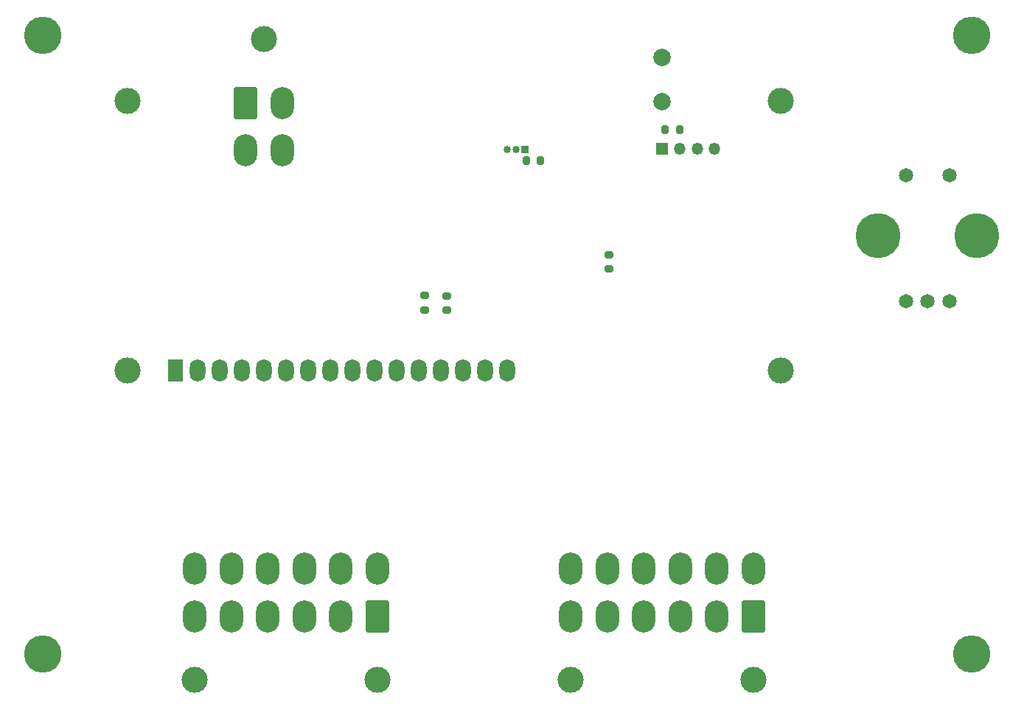
<source format=gbr>
%TF.GenerationSoftware,KiCad,Pcbnew,(7.0.0)*%
%TF.CreationDate,2023-05-05T13:18:47-07:00*%
%TF.ProjectId,HarnessTesterAll,4861726e-6573-4735-9465-73746572416c,rev?*%
%TF.SameCoordinates,Original*%
%TF.FileFunction,Soldermask,Bot*%
%TF.FilePolarity,Negative*%
%FSLAX46Y46*%
G04 Gerber Fmt 4.6, Leading zero omitted, Abs format (unit mm)*
G04 Created by KiCad (PCBNEW (7.0.0)) date 2023-05-05 13:18:47*
%MOMM*%
%LPD*%
G01*
G04 APERTURE LIST*
G04 Aperture macros list*
%AMRoundRect*
0 Rectangle with rounded corners*
0 $1 Rounding radius*
0 $2 $3 $4 $5 $6 $7 $8 $9 X,Y pos of 4 corners*
0 Add a 4 corners polygon primitive as box body*
4,1,4,$2,$3,$4,$5,$6,$7,$8,$9,$2,$3,0*
0 Add four circle primitives for the rounded corners*
1,1,$1+$1,$2,$3*
1,1,$1+$1,$4,$5*
1,1,$1+$1,$6,$7*
1,1,$1+$1,$8,$9*
0 Add four rect primitives between the rounded corners*
20,1,$1+$1,$2,$3,$4,$5,0*
20,1,$1+$1,$4,$5,$6,$7,0*
20,1,$1+$1,$6,$7,$8,$9,0*
20,1,$1+$1,$8,$9,$2,$3,0*%
G04 Aperture macros list end*
%ADD10C,4.300000*%
%ADD11C,2.000000*%
%ADD12C,1.650000*%
%ADD13C,5.161000*%
%ADD14RoundRect,0.200000X-0.275000X0.200000X-0.275000X-0.200000X0.275000X-0.200000X0.275000X0.200000X0*%
%ADD15RoundRect,0.200000X0.275000X-0.200000X0.275000X0.200000X-0.275000X0.200000X-0.275000X-0.200000X0*%
%ADD16RoundRect,0.200000X-0.200000X-0.275000X0.200000X-0.275000X0.200000X0.275000X-0.200000X0.275000X0*%
%ADD17RoundRect,0.200000X0.200000X0.275000X-0.200000X0.275000X-0.200000X-0.275000X0.200000X-0.275000X0*%
%ADD18C,3.000000*%
%ADD19RoundRect,0.250001X1.099999X1.599999X-1.099999X1.599999X-1.099999X-1.599999X1.099999X-1.599999X0*%
%ADD20O,2.700000X3.700000*%
%ADD21R,1.350000X1.350000*%
%ADD22O,1.350000X1.350000*%
%ADD23R,0.850000X0.850000*%
%ADD24O,0.850000X0.850000*%
%ADD25RoundRect,0.250001X-1.099999X-1.599999X1.099999X-1.599999X1.099999X1.599999X-1.099999X1.599999X0*%
%ADD26R,1.800000X2.600000*%
%ADD27O,1.800000X2.600000*%
G04 APERTURE END LIST*
D10*
%TO.C,*%
X91440000Y-127000000D03*
%TD*%
%TO.C,REF\u002A\u002A*%
X198120000Y-127000000D03*
%TD*%
%TO.C,REF\u002A\u002A*%
X198120000Y-55880000D03*
%TD*%
%TO.C,REF\u002A\u002A*%
X91440000Y-55880000D03*
%TD*%
D11*
%TO.C,LS2*%
X162560000Y-63460000D03*
X162560000Y-58460000D03*
%TD*%
D12*
%TO.C,SW2*%
X195507526Y-71940000D03*
X190507526Y-71940000D03*
X195507526Y-86440000D03*
X190507526Y-86440000D03*
X193007526Y-86440000D03*
D13*
X198707526Y-78940000D03*
X187307526Y-78940000D03*
%TD*%
D14*
%TO.C,C21*%
X137805810Y-85829209D03*
X137805810Y-87479209D03*
%TD*%
D15*
%TO.C,C20*%
X135245990Y-87446768D03*
X135245990Y-85796768D03*
%TD*%
D16*
%TO.C,C17*%
X146923754Y-70234736D03*
X148573754Y-70234736D03*
%TD*%
D17*
%TO.C,C16*%
X164536016Y-66719727D03*
X162886016Y-66719727D03*
%TD*%
D15*
%TO.C,C15*%
X156448634Y-82754618D03*
X156448634Y-81104618D03*
%TD*%
D18*
%TO.C,J1*%
X129847526Y-129990000D03*
X108847526Y-129990000D03*
D19*
X129847526Y-122690000D03*
D20*
X125647525Y-122689999D03*
X121447525Y-122689999D03*
X117247525Y-122689999D03*
X113047525Y-122689999D03*
X108847525Y-122689999D03*
X129847525Y-117189999D03*
X125647525Y-117189999D03*
X121447525Y-117189999D03*
X117247525Y-117189999D03*
X113047525Y-117189999D03*
X108847525Y-117189999D03*
%TD*%
D21*
%TO.C,J4*%
X162559999Y-68953613D03*
D22*
X164559999Y-68953613D03*
X166559999Y-68953613D03*
X168559999Y-68953613D03*
%TD*%
D23*
%TO.C,J7*%
X146747525Y-69029999D03*
D24*
X145747525Y-69029999D03*
X144747525Y-69029999D03*
%TD*%
D18*
%TO.C,J3*%
X116807526Y-56330000D03*
D25*
X114707526Y-63630000D03*
D20*
X118907525Y-63629999D03*
X114707525Y-69129999D03*
X118907525Y-69129999D03*
%TD*%
D18*
%TO.C,J2*%
X173027526Y-129990000D03*
X152027526Y-129990000D03*
D19*
X173027526Y-122690000D03*
D20*
X168827525Y-122689999D03*
X164627525Y-122689999D03*
X160427525Y-122689999D03*
X156227525Y-122689999D03*
X152027525Y-122689999D03*
X173027525Y-117189999D03*
X168827525Y-117189999D03*
X164627525Y-117189999D03*
X160427525Y-117189999D03*
X156227525Y-117189999D03*
X152027525Y-117189999D03*
%TD*%
D18*
%TO.C,DS1*%
X101148426Y-63429300D03*
X101148426Y-94430000D03*
X176147006Y-63429300D03*
X176147526Y-94430000D03*
D26*
X106647525Y-94429999D03*
D27*
X109187525Y-94429999D03*
X111727525Y-94429999D03*
X114267525Y-94429999D03*
X116807525Y-94429999D03*
X119347525Y-94429999D03*
X121887525Y-94429999D03*
X124427525Y-94429999D03*
X126967525Y-94429999D03*
X129507525Y-94429999D03*
X132047525Y-94429999D03*
X134587525Y-94429999D03*
X137127525Y-94429999D03*
X139667525Y-94429999D03*
X142207525Y-94429999D03*
X144747525Y-94429999D03*
%TD*%
M02*

</source>
